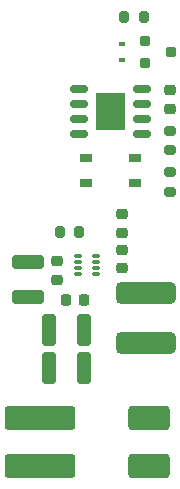
<source format=gbr>
G04 #@! TF.GenerationSoftware,KiCad,Pcbnew,8.0.8*
G04 #@! TF.CreationDate,2025-10-04T11:50:27-04:00*
G04 #@! TF.ProjectId,project-hw-2-18650,70726f6a-6563-4742-9d68-772d322d3138,rev?*
G04 #@! TF.SameCoordinates,Original*
G04 #@! TF.FileFunction,Paste,Top*
G04 #@! TF.FilePolarity,Positive*
%FSLAX46Y46*%
G04 Gerber Fmt 4.6, Leading zero omitted, Abs format (unit mm)*
G04 Created by KiCad (PCBNEW 8.0.8) date 2025-10-04 11:50:27*
%MOMM*%
%LPD*%
G01*
G04 APERTURE LIST*
G04 Aperture macros list*
%AMRoundRect*
0 Rectangle with rounded corners*
0 $1 Rounding radius*
0 $2 $3 $4 $5 $6 $7 $8 $9 X,Y pos of 4 corners*
0 Add a 4 corners polygon primitive as box body*
4,1,4,$2,$3,$4,$5,$6,$7,$8,$9,$2,$3,0*
0 Add four circle primitives for the rounded corners*
1,1,$1+$1,$2,$3*
1,1,$1+$1,$4,$5*
1,1,$1+$1,$6,$7*
1,1,$1+$1,$8,$9*
0 Add four rect primitives between the rounded corners*
20,1,$1+$1,$2,$3,$4,$5,0*
20,1,$1+$1,$4,$5,$6,$7,0*
20,1,$1+$1,$6,$7,$8,$9,0*
20,1,$1+$1,$8,$9,$2,$3,0*%
G04 Aperture macros list end*
%ADD10RoundRect,0.200000X0.200000X0.275000X-0.200000X0.275000X-0.200000X-0.275000X0.200000X-0.275000X0*%
%ADD11RoundRect,0.200000X-0.250000X-0.200000X0.250000X-0.200000X0.250000X0.200000X-0.250000X0.200000X0*%
%ADD12RoundRect,0.100000X-0.150000X0.100000X-0.150000X-0.100000X0.150000X-0.100000X0.150000X0.100000X0*%
%ADD13RoundRect,0.150000X0.625000X0.150000X-0.625000X0.150000X-0.625000X-0.150000X0.625000X-0.150000X0*%
%ADD14RoundRect,0.200000X-0.275000X0.200000X-0.275000X-0.200000X0.275000X-0.200000X0.275000X0.200000X0*%
%ADD15R,1.050000X0.650000*%
%ADD16RoundRect,0.225000X-0.250000X0.225000X-0.250000X-0.225000X0.250000X-0.225000X0.250000X0.225000X0*%
%ADD17RoundRect,0.050000X-0.285000X-0.100000X0.285000X-0.100000X0.285000X0.100000X-0.285000X0.100000X0*%
%ADD18RoundRect,0.475000X-2.075000X0.475000X-2.075000X-0.475000X2.075000X-0.475000X2.075000X0.475000X0*%
%ADD19RoundRect,0.250000X-1.500000X-0.750000X1.500000X-0.750000X1.500000X0.750000X-1.500000X0.750000X0*%
%ADD20RoundRect,0.250000X-2.750000X-0.750000X2.750000X-0.750000X2.750000X0.750000X-2.750000X0.750000X0*%
%ADD21RoundRect,0.250000X0.325000X1.100000X-0.325000X1.100000X-0.325000X-1.100000X0.325000X-1.100000X0*%
%ADD22RoundRect,0.225000X0.225000X0.250000X-0.225000X0.250000X-0.225000X-0.250000X0.225000X-0.250000X0*%
%ADD23RoundRect,0.225000X0.250000X-0.225000X0.250000X0.225000X-0.250000X0.225000X-0.250000X-0.225000X0*%
%ADD24RoundRect,0.250000X-1.100000X0.325000X-1.100000X-0.325000X1.100000X-0.325000X1.100000X0.325000X0*%
G04 APERTURE END LIST*
G36*
X30200000Y-27550000D02*
G01*
X27800000Y-27550000D01*
X27800000Y-24450000D01*
X30200000Y-24450000D01*
X30200000Y-27550000D01*
G37*
D10*
X30175000Y-18000000D03*
X31825000Y-18000000D03*
D11*
X31900000Y-20050000D03*
X31900000Y-21950000D03*
X34100000Y-21000000D03*
D12*
X30000000Y-21700000D03*
X30000000Y-20300000D03*
D13*
X31700000Y-27905000D03*
X31700000Y-26635000D03*
X31700000Y-25365000D03*
X31700000Y-24095000D03*
X26300000Y-24095000D03*
X26300000Y-25365000D03*
X26300000Y-26635000D03*
X26300000Y-27905000D03*
D14*
X34000000Y-29325000D03*
X34000000Y-27675000D03*
D15*
X31075000Y-32075000D03*
X26925000Y-32075000D03*
X31075000Y-29925000D03*
X26925000Y-29925000D03*
D14*
X34000000Y-31175000D03*
X34000000Y-32825000D03*
D16*
X34000000Y-24225000D03*
X34000000Y-25775000D03*
D17*
X26260000Y-38250000D03*
X26260000Y-38750000D03*
X26260000Y-39250000D03*
X26260000Y-39750000D03*
X27740000Y-39750000D03*
X27740000Y-39250000D03*
X27740000Y-38750000D03*
X27740000Y-38250000D03*
D10*
X24675000Y-36250000D03*
X26325000Y-36250000D03*
D18*
X32000000Y-45600000D03*
X32000000Y-41400000D03*
D19*
X32250000Y-56000000D03*
D20*
X23000000Y-56000000D03*
D19*
X32250000Y-52000000D03*
D20*
X23000000Y-52000000D03*
D16*
X30000000Y-37725000D03*
X30000000Y-39275000D03*
D21*
X26725000Y-44500000D03*
X23775000Y-44500000D03*
D22*
X26775000Y-42000000D03*
X25225000Y-42000000D03*
D21*
X26725000Y-47750000D03*
X23775000Y-47750000D03*
D23*
X30000000Y-36275000D03*
X30000000Y-34725000D03*
D16*
X24500000Y-40275000D03*
X24500000Y-38725000D03*
D24*
X22000000Y-38775000D03*
X22000000Y-41725000D03*
M02*

</source>
